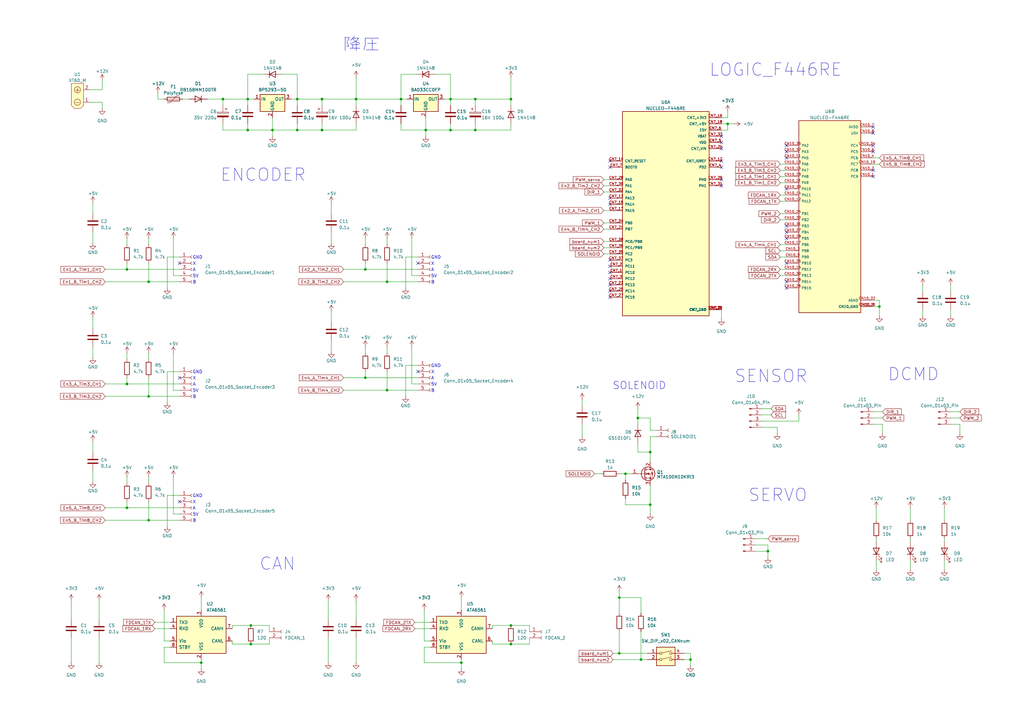
<source format=kicad_sch>
(kicad_sch (version 20250114) (generator "eeschema") (generator_version "9.0")
  (paper "A3")
  (text "X\n" (at 78.994 155.956 0) (effects (font (size 1.27 1.27)) (justify left bottom)))
  (text "SENSOR" (at 316.23 154.432 0) (effects (font (size 5.08 5.08))))
  (text "B\n" (at 176.784 116.586 0) (effects (font (size 1.27 1.27)) (justify left bottom)))
  (text "SOLENOID" (at 251.206 160.02 0) (effects (font (size 3 3)) (justify left bottom)))
  (text "X\n" (at 78.994 108.966 0) (effects (font (size 1.27 1.27)) (justify left bottom)))
  (text "A\n" (at 176.784 111.506 0) (effects (font (size 1.27 1.27)) (justify left bottom)))
  (text "5V\n" (at 78.994 161.036 0) (effects (font (size 1.27 1.27)) (justify left bottom)))
  (text "GND\n" (at 78.994 106.426 0) (effects (font (size 1.27 1.27)) (justify left bottom)))
  (text "X\n" (at 176.784 153.416 0) (effects (font (size 1.27 1.27)) (justify left bottom)))
  (text "ENCODER" (at 107.95 71.882 0) (effects (font (size 5.08 5.08))))
  (text "5V\n" (at 78.994 211.836 0) (effects (font (size 1.27 1.27)) (justify left bottom)))
  (text "A\n" (at 176.784 155.956 0) (effects (font (size 1.27 1.27)) (justify left bottom)))
  (text "B\n" (at 176.784 161.036 0) (effects (font (size 1.27 1.27)) (justify left bottom)))
  (text "LOGIC_F446RE" (at 290.83 31.75 0) (effects (font (size 5.08 5.08)) (justify left bottom)))
  (text "GND\n" (at 78.994 204.216 0) (effects (font (size 1.27 1.27)) (justify left bottom)))
  (text "X\n" (at 78.994 206.756 0) (effects (font (size 1.27 1.27)) (justify left bottom)))
  (text "5V\n" (at 176.784 158.496 0) (effects (font (size 1.27 1.27)) (justify left bottom)))
  (text "5V\n" (at 176.784 114.046 0) (effects (font (size 1.27 1.27)) (justify left bottom)))
  (text "B\n" (at 78.994 163.576 0) (effects (font (size 1.27 1.27)) (justify left bottom)))
  (text "GND\n" (at 176.784 150.876 0) (effects (font (size 1.27 1.27)) (justify left bottom)))
  (text "5V\n" (at 78.994 114.046 0) (effects (font (size 1.27 1.27)) (justify left bottom)))
  (text "降圧" (at 140.97 21.59 0) (effects (font (size 5.08 5.08)) (justify left bottom)))
  (text "A\n" (at 78.994 111.506 0) (effects (font (size 1.27 1.27)) (justify left bottom)))
  (text "A\n" (at 78.994 158.496 0) (effects (font (size 1.27 1.27)) (justify left bottom)))
  (text "CAN\n" (at 113.792 231.394 0) (effects (font (size 5.08 5.08))))
  (text "A\n" (at 78.994 209.296 0) (effects (font (size 1.27 1.27)) (justify left bottom)))
  (text "X\n" (at 176.784 108.966 0) (effects (font (size 1.27 1.27)) (justify left bottom)))
  (text "B\n" (at 78.994 116.586 0) (effects (font (size 1.27 1.27)) (justify left bottom)))
  (text "GND\n" (at 78.994 153.416 0) (effects (font (size 1.27 1.27)) (justify left bottom)))
  (text "DCMD" (at 374.65 153.67 0) (effects (font (size 5.08 5.08))))
  (text "GND\n" (at 176.784 106.426 0) (effects (font (size 1.27 1.27)) (justify left bottom)))
  (text "B\n" (at 78.994 214.376 0) (effects (font (size 1.27 1.27)) (justify left bottom)))
  (text "SERVO" (at 319.024 203.2 0) (effects (font (size 5.08 5.08))))
  (junction (at 261.62 171.45))
  (junction (at 209.55 264.16))
  (junction (at 184.785 40.64))
  (junction (at 174.625 53.34))
  (junction (at 146.05 40.64))
  (junction (at 102.87 256.54))
  (junction (at 82.55 271.78))
  (junction (at 314.96 226.06))
  (junction (at 149.86 154.94))
  (junction (at 184.785 53.34))
  (junction (at 52.07 157.48))
  (junction (at 60.96 162.56))
  (junction (at 158.75 115.57))
  (junction (at 132.08 40.64))
  (junction (at 283.21 270.51))
  (junction (at 298.45 50.8))
  (junction (at 91.44 40.64))
  (junction (at 360.68 125.73))
  (junction (at 52.07 110.49))
  (junction (at 256.54 194.31))
  (junction (at 266.7 207.01))
  (junction (at 149.86 110.49))
  (junction (at 158.75 160.02))
  (junction (at 60.96 115.57))
  (junction (at 121.92 40.64))
  (junction (at 266.7 185.42))
  (junction (at 164.465 40.64))
  (junction (at 121.92 53.34))
  (junction (at 194.945 53.34))
  (junction (at 101.6 40.64))
  (junction (at 132.08 53.34))
  (junction (at 111.76 53.34))
  (junction (at 52.07 208.28))
  (junction (at 254 245.11))
  (junction (at 209.55 40.64))
  (junction (at 262.89 270.51))
  (junction (at 189.23 271.78))
  (junction (at 60.96 213.36))
  (junction (at 194.945 40.64))
  (junction (at 209.55 256.54))
  (junction (at 254 267.97))
  (junction (at 101.6 53.34))
  (junction (at 102.87 264.16))
  (no_connect (at 250.19 106.68))
  (no_connect (at 250.19 119.38))
  (no_connect (at 322.58 107.95))
  (no_connect (at 250.19 83.82))
  (no_connect (at 322.58 62.23))
  (no_connect (at 322.58 115.57))
  (no_connect (at 358.14 69.85))
  (no_connect (at 295.91 55.88))
  (no_connect (at 322.58 118.11))
  (no_connect (at 358.14 62.23))
  (no_connect (at 250.19 114.3))
  (no_connect (at 295.91 58.42))
  (no_connect (at 250.19 121.92))
  (no_connect (at 250.19 111.76))
  (no_connect (at 250.19 116.84))
  (no_connect (at 322.58 95.25))
  (no_connect (at 73.66 205.74))
  (no_connect (at 322.58 59.69))
  (no_connect (at 295.91 73.66))
  (no_connect (at 358.14 52.07))
  (no_connect (at 73.66 107.95))
  (no_connect (at 250.19 81.28))
  (no_connect (at 295.91 60.96))
  (no_connect (at 250.19 68.58))
  (no_connect (at 358.14 54.61))
  (no_connect (at 171.45 107.95))
  (no_connect (at 322.58 64.77))
  (no_connect (at 250.19 66.04))
  (no_connect (at 295.91 76.2))
  (no_connect (at 358.14 72.39))
  (no_connect (at 322.58 77.47))
  (no_connect (at 358.14 59.69))
  (no_connect (at 322.58 92.71))
  (no_connect (at 295.91 66.04))
  (no_connect (at 295.91 68.58))
  (no_connect (at 73.66 154.94))
  (no_connect (at 250.19 109.22))
  (no_connect (at 322.58 97.79))
  (no_connect (at 171.45 152.4))
  (wire (pts (xy 320.04 74.93) (xy 322.58 74.93)))
  (wire (pts (xy 43.18 162.56) (xy 60.96 162.56)))
  (wire (pts (xy 60.96 213.36) (xy 73.66 213.36)))
  (wire (pts (xy 29.21 246.38) (xy 29.21 254)))
  (wire (pts (xy 298.45 50.8) (xy 298.45 53.34)))
  (wire (pts (xy 74.93 40.64) (xy 77.47 40.64)))
  (wire (pts (xy 320.04 102.87) (xy 322.58 102.87)))
  (wire (pts (xy 389.89 173.99) (xy 393.7 173.99)))
  (wire (pts (xy 102.87 264.16) (xy 110.49 264.16)))
  (wire (pts (xy 41.91 41.91) (xy 41.91 44.45)))
  (wire (pts (xy 158.75 97.79) (xy 158.75 100.33)))
  (wire (pts (xy 43.18 115.57) (xy 60.96 115.57)))
  (wire (pts (xy 320.04 90.17) (xy 322.58 90.17)))
  (wire (pts (xy 101.6 50.8) (xy 101.6 53.34)))
  (wire (pts (xy 91.44 43.18) (xy 91.44 40.64)))
  (wire (pts (xy 158.75 115.57) (xy 171.45 115.57)))
  (wire (pts (xy 243.84 194.31) (xy 246.38 194.31)))
  (wire (pts (xy 256.54 194.31) (xy 259.08 194.31)))
  (wire (pts (xy 359.41 229.87) (xy 359.41 233.68)))
  (wire (pts (xy 312.42 167.64) (xy 316.23 167.64)))
  (wire (pts (xy 60.96 97.79) (xy 60.96 100.33)))
  (wire (pts (xy 174.625 53.34) (xy 184.785 53.34)))
  (wire (pts (xy 309.88 226.06) (xy 314.96 226.06)))
  (wire (pts (xy 262.89 270.51) (xy 265.43 270.51)))
  (wire (pts (xy 312.42 175.26) (xy 318.77 175.26)))
  (wire (pts (xy 170.18 255.27) (xy 176.53 255.27)))
  (wire (pts (xy 393.7 173.99) (xy 393.7 177.8)))
  (wire (pts (xy 312.42 170.18) (xy 316.23 170.18)))
  (wire (pts (xy 102.87 256.54) (xy 110.49 256.54)))
  (wire (pts (xy 60.96 115.57) (xy 73.66 115.57)))
  (wire (pts (xy 247.65 104.14) (xy 250.19 104.14)))
  (wire (pts (xy 254 194.31) (xy 256.54 194.31)))
  (wire (pts (xy 209.55 256.54) (xy 201.93 256.54)))
  (wire (pts (xy 146.05 246.38) (xy 146.05 254)))
  (wire (pts (xy 132.08 50.8) (xy 132.08 53.34)))
  (wire (pts (xy 52.07 144.78) (xy 52.07 147.32)))
  (wire (pts (xy 85.09 40.64) (xy 91.44 40.64)))
  (wire (pts (xy 82.55 271.78) (xy 82.55 270.51)))
  (wire (pts (xy 201.93 264.16) (xy 201.93 262.89)))
  (wire (pts (xy 295.91 130.81) (xy 295.91 127)))
  (wire (pts (xy 320.04 87.63) (xy 322.58 87.63)))
  (wire (pts (xy 320.04 105.41) (xy 322.58 105.41)))
  (wire (pts (xy 194.945 40.64) (xy 209.55 40.64)))
  (wire (pts (xy 269.24 176.53) (xy 266.7 176.53)))
  (wire (pts (xy 387.35 208.28) (xy 387.35 213.36)))
  (wire (pts (xy 361.95 173.99) (xy 361.95 177.8)))
  (wire (pts (xy 146.05 40.64) (xy 132.08 40.64)))
  (wire (pts (xy 111.76 48.26) (xy 111.76 53.34)))
  (wire (pts (xy 135.89 139.7) (xy 135.89 144.145)))
  (wire (pts (xy 358.14 123.19) (xy 360.68 123.19)))
  (wire (pts (xy 38.1 130.175) (xy 38.1 134.62)))
  (wire (pts (xy 60.96 144.78) (xy 60.96 147.32)))
  (wire (pts (xy 170.815 30.48) (xy 164.465 30.48)))
  (wire (pts (xy 168.91 142.24) (xy 168.91 157.48)))
  (wire (pts (xy 373.38 229.87) (xy 373.38 233.68)))
  (wire (pts (xy 60.96 154.94) (xy 60.96 162.56)))
  (wire (pts (xy 261.62 181.61) (xy 261.62 185.42)))
  (wire (pts (xy 107.95 30.48) (xy 101.6 30.48)))
  (wire (pts (xy 119.38 40.64) (xy 121.92 40.64)))
  (wire (pts (xy 262.89 259.08) (xy 262.89 270.51)))
  (wire (pts (xy 209.55 256.54) (xy 217.17 256.54)))
  (wire (pts (xy 82.55 274.32) (xy 82.55 271.78)))
  (wire (pts (xy 174.625 48.26) (xy 174.625 53.34)))
  (wire (pts (xy 140.97 110.49) (xy 149.86 110.49)))
  (wire (pts (xy 247.65 76.2) (xy 250.19 76.2)))
  (wire (pts (xy 164.465 53.34) (xy 174.625 53.34)))
  (wire (pts (xy 378.46 127) (xy 378.46 129.54)))
  (wire (pts (xy 170.18 257.81) (xy 176.53 257.81)))
  (wire (pts (xy 60.96 195.58) (xy 60.96 198.12)))
  (wire (pts (xy 238.76 163.83) (xy 238.76 166.37)))
  (wire (pts (xy 149.86 152.4) (xy 149.86 154.94)))
  (wire (pts (xy 146.05 31.75) (xy 146.05 40.64)))
  (wire (pts (xy 52.07 110.49) (xy 73.66 110.49)))
  (wire (pts (xy 110.49 264.16) (xy 110.49 261.62)))
  (wire (pts (xy 52.07 154.94) (xy 52.07 157.48)))
  (wire (pts (xy 68.58 152.4) (xy 73.66 152.4)))
  (wire (pts (xy 174.625 53.34) (xy 174.625 55.88)))
  (wire (pts (xy 314.96 223.52) (xy 314.96 226.06)))
  (wire (pts (xy 318.77 175.26) (xy 318.77 177.8)))
  (wire (pts (xy 261.62 171.45) (xy 261.62 173.99)))
  (wire (pts (xy 298.45 50.8) (xy 295.91 50.8)))
  (wire (pts (xy 173.99 265.43) (xy 173.99 271.78)))
  (wire (pts (xy 67.31 271.78) (xy 82.55 271.78)))
  (wire (pts (xy 146.05 271.78) (xy 146.05 261.62)))
  (wire (pts (xy 38.1 83.185) (xy 38.1 87.63)))
  (wire (pts (xy 52.07 107.95) (xy 52.07 110.49)))
  (wire (pts (xy 266.7 176.53) (xy 266.7 171.45)))
  (wire (pts (xy 166.37 149.86) (xy 166.37 162.56)))
  (wire (pts (xy 314.96 220.98) (xy 309.88 220.98)))
  (wire (pts (xy 261.62 185.42) (xy 266.7 185.42)))
  (wire (pts (xy 164.465 40.64) (xy 164.465 43.18)))
  (wire (pts (xy 312.42 172.72) (xy 327.66 172.72)))
  (wire (pts (xy 209.55 50.8) (xy 209.55 53.34)))
  (wire (pts (xy 29.21 271.78) (xy 29.21 261.62)))
  (wire (pts (xy 168.91 157.48) (xy 171.45 157.48)))
  (wire (pts (xy 320.04 82.55) (xy 322.58 82.55)))
  (wire (pts (xy 280.67 267.97) (xy 283.21 267.97)))
  (wire (pts (xy 41.91 36.83) (xy 41.91 33.02)))
  (wire (pts (xy 38.1 95.25) (xy 38.1 99.695)))
  (wire (pts (xy 247.65 91.44) (xy 250.19 91.44)))
  (wire (pts (xy 82.55 245.11) (xy 82.55 250.19)))
  (wire (pts (xy 254 259.08) (xy 254 267.97)))
  (wire (pts (xy 320.04 100.33) (xy 322.58 100.33)))
  (wire (pts (xy 71.12 97.79) (xy 71.12 113.03)))
  (wire (pts (xy 43.18 208.28) (xy 52.07 208.28)))
  (wire (pts (xy 194.945 53.34) (xy 209.55 53.34)))
  (wire (pts (xy 387.35 220.98) (xy 387.35 222.25)))
  (wire (pts (xy 194.945 43.18) (xy 194.945 40.64)))
  (wire (pts (xy 149.86 110.49) (xy 171.45 110.49)))
  (wire (pts (xy 52.07 195.58) (xy 52.07 198.12)))
  (wire (pts (xy 121.92 30.48) (xy 115.57 30.48)))
  (wire (pts (xy 164.465 30.48) (xy 164.465 40.64)))
  (wire (pts (xy 36.83 36.83) (xy 41.91 36.83)))
  (wire (pts (xy 256.54 207.01) (xy 266.7 207.01)))
  (wire (pts (xy 247.65 99.06) (xy 250.19 99.06)))
  (wire (pts (xy 158.75 152.4) (xy 158.75 160.02)))
  (wire (pts (xy 67.31 265.43) (xy 67.31 271.78)))
  (wire (pts (xy 149.86 154.94) (xy 171.45 154.94)))
  (wire (pts (xy 314.96 226.06) (xy 314.96 228.6)))
  (wire (pts (xy 111.76 53.34) (xy 111.76 55.88)))
  (wire (pts (xy 309.88 223.52) (xy 314.96 223.52)))
  (wire (pts (xy 168.91 97.79) (xy 168.91 113.03)))
  (wire (pts (xy 261.62 171.45) (xy 266.7 171.45)))
  (wire (pts (xy 168.91 113.03) (xy 171.45 113.03)))
  (wire (pts (xy 91.44 40.64) (xy 101.6 40.64)))
  (wire (pts (xy 43.18 157.48) (xy 52.07 157.48)))
  (wire (pts (xy 327.66 170.18) (xy 327.66 172.72)))
  (wire (pts (xy 358.14 173.99) (xy 361.95 173.99)))
  (wire (pts (xy 256.54 194.31) (xy 256.54 196.85)))
  (wire (pts (xy 60.96 107.95) (xy 60.96 115.57)))
  (wire (pts (xy 164.465 40.64) (xy 167.005 40.64)))
  (wire (pts (xy 135.89 127.635) (xy 135.89 132.08)))
  (wire (pts (xy 387.35 229.87) (xy 387.35 233.68)))
  (wire (pts (xy 217.17 264.16) (xy 217.17 261.62)))
  (wire (pts (xy 52.07 157.48) (xy 73.66 157.48)))
  (wire (pts (xy 101.6 40.64) (xy 101.6 43.18)))
  (wire (pts (xy 189.23 271.78) (xy 189.23 270.51)))
  (wire (pts (xy 60.96 205.74) (xy 60.96 213.36)))
  (wire (pts (xy 102.87 256.54) (xy 95.25 256.54)))
  (wire (pts (xy 266.7 207.01) (xy 266.7 210.82)))
  (wire (pts (xy 173.99 262.89) (xy 173.99 250.19)))
  (wire (pts (xy 149.86 97.79) (xy 149.86 100.33)))
  (wire (pts (xy 320.04 69.85) (xy 322.58 69.85)))
  (wire (pts (xy 68.58 203.2) (xy 68.58 215.9)))
  (wire (pts (xy 69.85 265.43) (xy 67.31 265.43)))
  (wire (pts (xy 360.68 123.19) (xy 360.68 125.73)))
  (wire (pts (xy 209.55 43.18) (xy 209.55 40.64)))
  (wire (pts (xy 194.945 40.64) (xy 184.785 40.64)))
  (wire (pts (xy 209.55 31.75) (xy 209.55 40.64)))
  (wire (pts (xy 102.87 264.16) (xy 95.25 264.16)))
  (wire (pts (xy 184.785 30.48) (xy 178.435 30.48)))
  (wire (pts (xy 217.17 256.54) (xy 217.17 259.08)))
  (wire (pts (xy 40.64 246.38) (xy 40.64 254)))
  (wire (pts (xy 132.08 53.34) (xy 146.05 53.34)))
  (wire (pts (xy 95.25 256.54) (xy 95.25 257.81)))
  (wire (pts (xy 266.7 199.39) (xy 266.7 207.01)))
  (wire (pts (xy 68.58 152.4) (xy 68.58 165.1)))
  (wire (pts (xy 184.785 53.34) (xy 184.785 50.8)))
  (wire (pts (xy 101.6 40.64) (xy 104.14 40.64)))
  (wire (pts (xy 146.05 43.18) (xy 146.05 40.64)))
  (wire (pts (xy 358.14 64.77) (xy 360.68 64.77)))
  (wire (pts (xy 91.44 53.34) (xy 101.6 53.34)))
  (wire (pts (xy 320.04 72.39) (xy 322.58 72.39)))
  (wire (pts (xy 247.65 78.74) (xy 250.19 78.74)))
  (wire (pts (xy 111.76 53.34) (xy 121.92 53.34)))
  (wire (pts (xy 254 242.57) (xy 254 245.11)))
  (wire (pts (xy 60.96 162.56) (xy 73.66 162.56)))
  (wire (pts (xy 140.97 154.94) (xy 149.86 154.94)))
  (wire (pts (xy 320.04 80.01) (xy 322.58 80.01)))
  (wire (pts (xy 184.785 40.64) (xy 184.785 30.48)))
  (wire (pts (xy 358.14 171.45) (xy 361.95 171.45)))
  (wire (pts (xy 121.92 40.64) (xy 121.92 30.48)))
  (wire (pts (xy 38.1 180.975) (xy 38.1 185.42)))
  (wire (pts (xy 358.14 67.31) (xy 360.68 67.31)))
  (wire (pts (xy 262.89 245.11) (xy 254 245.11)))
  (wire (pts (xy 140.97 160.02) (xy 158.75 160.02)))
  (wire (pts (xy 146.05 50.8) (xy 146.05 53.34)))
  (wire (pts (xy 71.12 210.82) (xy 73.66 210.82)))
  (wire (pts (xy 36.83 41.91) (xy 41.91 41.91)))
  (wire (pts (xy 201.93 256.54) (xy 201.93 257.81)))
  (wire (pts (xy 189.23 274.32) (xy 189.23 271.78)))
  (wire (pts (xy 389.89 171.45) (xy 393.7 171.45)))
  (wire (pts (xy 266.7 179.07) (xy 269.24 179.07)))
  (wire (pts (xy 38.1 142.24) (xy 38.1 146.685)))
  (wire (pts (xy 135.89 83.185) (xy 135.89 87.63)))
  (wire (pts (xy 389.89 127) (xy 389.89 129.54)))
  (wire (pts (xy 389.89 168.91) (xy 393.7 168.91)))
  (wire (pts (xy 254 267.97) (xy 265.43 267.97)))
  (wire (pts (xy 373.38 220.98) (xy 373.38 222.25)))
  (wire (pts (xy 256.54 207.01) (xy 256.54 204.47)))
  (wire (pts (xy 194.945 53.34) (xy 184.785 53.34)))
  (wire (pts (xy 176.53 265.43) (xy 173.99 265.43)))
  (wire (pts (xy 373.38 208.28) (xy 373.38 213.36)))
  (wire (pts (xy 298.45 53.34) (xy 295.91 53.34)))
  (wire (pts (xy 295.91 48.26) (xy 298.45 48.26)))
  (wire (pts (xy 247.65 86.36) (xy 250.19 86.36)))
  (wire (pts (xy 52.07 208.28) (xy 73.66 208.28)))
  (wire (pts (xy 91.44 50.8) (xy 91.44 53.34)))
  (wire (pts (xy 132.08 53.34) (xy 121.92 53.34)))
  (wire (pts (xy 171.45 105.41) (xy 166.37 105.41)))
  (wire (pts (xy 247.65 73.66) (xy 250.19 73.66)))
  (wire (pts (xy 135.89 95.25) (xy 135.89 99.695)))
  (wire (pts (xy 71.12 195.58) (xy 71.12 210.82)))
  (wire (pts (xy 69.85 262.89) (xy 67.31 262.89)))
  (wire (pts (xy 209.55 264.16) (xy 217.17 264.16)))
  (wire (pts (xy 71.12 144.78) (xy 71.12 160.02)))
  (wire (pts (xy 110.49 256.54) (xy 110.49 259.08)))
  (wire (pts (xy 132.08 40.64) (xy 121.92 40.64)))
  (wire (pts (xy 64.77 38.1) (xy 64.77 40.64)))
  (wire (pts (xy 171.45 149.86) (xy 166.37 149.86)))
  (wire (pts (xy 63.5 257.81) (xy 69.85 257.81)))
  (wire (pts (xy 359.41 220.98) (xy 359.41 222.25)))
  (wire (pts (xy 73.66 105.41) (xy 68.58 105.41)))
  (wire (pts (xy 158.75 160.02) (xy 171.45 160.02)))
  (wire (pts (xy 389.89 116.84) (xy 389.89 119.38)))
  (wire (pts (xy 266.7 185.42) (xy 266.7 179.07)))
  (wire (pts (xy 158.75 107.95) (xy 158.75 115.57)))
  (wire (pts (xy 247.65 93.98) (xy 250.19 93.98)))
  (wire (pts (xy 140.97 115.57) (xy 158.75 115.57)))
  (wire (pts (xy 176.53 262.89) (xy 173.99 262.89)))
  (wire (pts (xy 71.12 113.03) (xy 73.66 113.03)))
  (wire (pts (xy 283.21 267.97) (xy 283.21 270.51)))
  (wire (pts (xy 280.67 270.51) (xy 283.21 270.51)))
  (wire (pts (xy 254 245.11) (xy 254 251.46)))
  (wire (pts (xy 182.245 40.64) (xy 184.785 40.64)))
  (wire (pts (xy 194.945 50.8) (xy 194.945 53.34)))
  (wire (pts (xy 209.55 264.16) (xy 201.93 264.16)))
  (wire (pts (xy 149.86 107.95) (xy 149.86 110.49)))
  (wire (pts (xy 68.58 105.41) (xy 68.58 118.11)))
  (wire (pts (xy 67.31 262.89) (xy 67.31 250.19)))
  (wire (pts (xy 189.23 245.11) (xy 189.23 250.19)))
  (wire (pts (xy 101.6 53.34) (xy 111.76 53.34)))
  (wire (pts (xy 71.12 160.02) (xy 73.66 160.02)))
  (wire (pts (xy 247.65 101.6) (xy 250.19 101.6)))
  (wire (pts (xy 266.7 185.42) (xy 266.7 189.23)))
  (wire (pts (xy 358.14 125.73) (xy 360.68 125.73)))
  (wire (pts (xy 300.99 50.8) (xy 298.45 50.8)))
  (wire (pts (xy 238.76 173.99) (xy 238.76 179.07)))
  (wire (pts (xy 320.04 67.31) (xy 322.58 67.31)))
  (wire (pts (xy 146.05 40.64) (xy 164.465 40.64)))
  (wire (pts (xy 134.62 246.38) (xy 134.62 254)))
  (wire (pts (xy 121.92 43.18) (xy 121.92 40.64)))
  (wire (pts (xy 73.66 203.2) (xy 68.58 203.2)))
  (wire (pts (xy 134.62 271.78) (xy 134.62 261.62)))
  (wire (pts (xy 262.89 251.46) (xy 262.89 245.11)))
  (wire (pts (xy 184.785 43.18) (xy 184.785 40.64)))
  (wire (pts (xy 43.18 213.36) (xy 60.96 213.36)))
  (wire (pts (xy 320.04 113.03) (xy 322.58 113.03)))
  (wire (pts (xy 149.86 142.24) (xy 149.86 144.78)))
  (wire (pts (xy 298.45 48.26) (xy 298.45 45.72)))
  (wire (pts (xy 359.41 208.28) (xy 359.41 213.36)))
  (wire (pts (xy 40.64 271.78) (xy 40.64 261.62)))
  (wire (pts (xy 164.465 50.8) (xy 164.465 53.34)))
  (wire (pts (xy 158.75 142.24) (xy 158.75 144.78)))
  (wire (pts (xy 251.46 267.97) (xy 254 267.97)))
  (wire (pts (xy 95.25 264.16) (xy 95.25 262.89)))
  (wire (pts (xy 173.99 271.78) (xy 189.23 271.78)))
  (wire (pts (xy 378.46 116.84) (xy 378.46 119.38)))
  (wire (pts (xy 132.08 43.18) (xy 132.08 40.64)))
  (wire (pts (xy 360.68 125.73) (xy 360.68 129.54)))
  (wire (pts (xy 121.92 53.34) (xy 121.92 50.8)))
  (wire (pts (xy 52.07 205.74) (xy 52.07 208.28)))
  (wire (pts (xy 63.5 255.27) (xy 69.85 255.27)))
  (wire (pts (xy 283.21 270.51) (xy 283.21 273.05)))
  (wire (pts (xy 320.04 110.49) (xy 322.58 110.49)))
  (wire (pts (xy 358.14 168.91) (xy 361.95 168.91)))
  (wire (pts (xy 52.07 97.79) (xy 52.07 100.33)))
  (wire (pts (xy 101.6 30.48) (xy 101.6 40.64)))
  (wire (pts (xy 251.46 270.51) (xy 262.89 270.51)))
  (wire (pts (xy 43.18 110.49) (xy 52.07 110.49)))
  (wire (pts (xy 64.77 40.64) (xy 67.31 40.64)))
  (wire (pts (xy 261.62 167.64) (xy 261.62 171.45)))
  (wire (pts (xy 38.1 193.04) (xy 38.1 197.485)))
  (wire (pts (xy 166.37 105.41) (xy 166.37 118.11)))
  (global_label "DIR_2" (shape input) (at 320.04 90.17 180) (property "Intersheetrefs" "${INTERSHEET_REFS}" (effects (hide yes))))
  (global_label "PWM_servo" (shape input) (at 314.96 220.98 0) (property "Intersheetrefs" "${INTERSHEET_REFS}" (effects (hide yes))))
  (global_label "En1_B_Tim1_CH2" (shape input) (at 43.18 115.57 180) (property "Intersheetrefs" "${INTERSHEET_REFS}" (effects (hide yes))))
  (global_label "FDCAN_2RX" (shape input) (at 320.04 110.49 180) (property "Intersheetrefs" "${INTERSHEET_REFS}" (effects (hide yes))))
  (global_label "En1_B_Tim1_CH2" (shape input) (at 320.04 74.93 180) (property "Intersheetrefs" "${INTERSHEET_REFS}" (effects (hide yes))))
  (global_label "En2_B_Tim2_CH2" (shape input) (at 247.65 76.2 180) (property "Intersheetrefs" "${INTERSHEET_REFS}" (effects (hide yes))))
  (global_label "SOLENOID" (shape input) (at 243.84 194.31 180) (property "Intersheetrefs" "${INTERSHEET_REFS}" (effects (hide yes))))
  (global_label "FDCAN_2TX" (shape input) (at 320.04 113.03 180) (property "Intersheetrefs" "${INTERSHEET_REFS}" (effects (hide yes))))
  (global_label "SCL" (shape input) (at 316.23 170.18 0) (property "Intersheetrefs" "${INTERSHEET_REFS}" (effects (hide yes))))
  (global_label "En2_B_Tim2_CH2" (shape input) (at 140.97 115.57 180) (property "Intersheetrefs" "${INTERSHEET_REFS}" (effects (hide yes))))
  (global_label "FDCAN_2TX" (shape input) (at 170.18 255.27 180) (property "Intersheetrefs" "${INTERSHEET_REFS}" (effects (hide yes))))
  (global_label "DIR_1" (shape input) (at 361.95 168.91 0) (property "Intersheetrefs" "${INTERSHEET_REFS}" (effects (hide yes))))
  (global_label "En2_A_Tim2_CH1" (shape input) (at 140.97 110.49 180) (property "Intersheetrefs" "${INTERSHEET_REFS}" (effects (hide yes))))
  (global_label "board_num1" (shape input) (at 251.46 267.97 180) (property "Intersheetrefs" "${INTERSHEET_REFS}" (effects (hide yes))))
  (global_label "En3_B_Tim3_CH2" (shape input) (at 320.04 69.85 180) (property "Intersheetrefs" "${INTERSHEET_REFS}" (effects (hide yes))))
  (global_label "En3_B_Tim3_CH2" (shape input) (at 43.18 162.56 180) (property "Intersheetrefs" "${INTERSHEET_REFS}" (effects (hide yes))))
  (global_label "SCL" (shape input) (at 320.04 102.87 180) (property "Intersheetrefs" "${INTERSHEET_REFS}" (effects (hide yes))))
  (global_label "SDA" (shape input) (at 316.23 167.64 0) (property "Intersheetrefs" "${INTERSHEET_REFS}" (effects (hide yes))))
  (global_label "En2_A_Tim2_CH1" (shape input) (at 247.65 86.36 180) (property "Intersheetrefs" "${INTERSHEET_REFS}" (effects (hide yes))))
  (global_label "FDCAN_1TX" (shape input) (at 320.04 82.55 180) (property "Intersheetrefs" "${INTERSHEET_REFS}" (effects (hide yes))))
  (global_label "En4_A_Tim4_CH1" (shape input) (at 320.04 100.33 180) (property "Intersheetrefs" "${INTERSHEET_REFS}" (effects (hide yes))))
  (global_label "En3_A_Tim3_CH1" (shape input) (at 43.18 157.48 180) (property "Intersheetrefs" "${INTERSHEET_REFS}" (effects (hide yes))))
  (global_label "FDCAN_1RX" (shape input) (at 320.04 80.01 180) (property "Intersheetrefs" "${INTERSHEET_REFS}" (effects (hide yes))))
  (global_label "En3_A_Tim3_CH1" (shape input) (at 320.04 67.31 180) (property "Intersheetrefs" "${INTERSHEET_REFS}" (effects (hide yes))))
  (global_label "board_num2" (shape input) (at 251.46 270.51 180) (property "Intersheetrefs" "${INTERSHEET_REFS}" (effects (hide yes))))
  (global_label "PWM_1" (shape input) (at 361.95 171.45 0) (property "Intersheetrefs" "${INTERSHEET_REFS}" (effects (hide yes))))
  (global_label "DIR_1" (shape input) (at 247.65 78.74 180) (property "Intersheetrefs" "${INTERSHEET_REFS}" (effects (hide yes))))
  (global_label "PWM_1" (shape input) (at 247.65 91.44 180) (property "Intersheetrefs" "${INTERSHEET_REFS}" (effects (hide yes))))
  (global_label "FDCAN_1TX" (shape input) (at 63.5 255.27 180) (property "Intersheetrefs" "${INTERSHEET_REFS}" (effects (hide yes))))
  (global_label "En1_A_Tim1_CH1" (shape input) (at 43.18 110.49 180) (property "Intersheetrefs" "${INTERSHEET_REFS}" (effects (hide yes))))
  (global_label "En5_B_Tim8_CH2" (shape input) (at 360.68 67.31 0) (property "Intersheetrefs" "${INTERSHEET_REFS}" (effects (hide yes))))
  (global_label "En5_B_Tim8_CH2" (shape input) (at 43.18 213.36 180) (property "Intersheetrefs" "${INTERSHEET_REFS}" (effects (hide yes))))
  (global_label "PWM_2" (shape input) (at 393.7 171.45 0) (property "Intersheetrefs" "${INTERSHEET_REFS}" (effects (hide yes))))
  (global_label "PWM_servo" (shape input) (at 247.65 73.66 180) (property "Intersheetrefs" "${INTERSHEET_REFS}" (effects (hide yes))))
  (global_label "En1_A_Tim1_CH1" (shape input) (at 320.04 72.39 180) (property "Intersheetrefs" "${INTERSHEET_REFS}" (effects (hide yes))))
  (global_label "En4_A_Tim4_CH1" (shape input) (at 140.97 154.94 180) (property "Intersheetrefs" "${INTERSHEET_REFS}" (effects (hide yes))))
  (global_label "FDCAN_1RX" (shape input) (at 63.5 257.81 180) (property "Intersheetrefs" "${INTERSHEET_REFS}" (effects (hide yes))))
  (global_label "FDCAN_2RX" (shape input) (at 170.18 257.81 180) (property "Intersheetrefs" "${INTERSHEET_REFS}" (effects (hide yes))))
  (global_label "SDA" (shape input) (at 320.04 105.41 180) (property "Intersheetrefs" "${INTERSHEET_REFS}" (effects (hide yes))))
  (global_label "En5_A_Tim8_CH1" (shape input) (at 43.18 208.28 180) (property "Intersheetrefs" "${INTERSHEET_REFS}" (effects (hide yes))))
  (global_label "En4_B_Tim4_CH2" (shape input) (at 140.97 160.02 180) (property "Intersheetrefs" "${INTERSHEET_REFS}" (effects (hide yes))))
  (global_label "En4_B_Tim4_CH2" (shape input) (at 247.65 93.98 180) (property "Intersheetrefs" "${INTERSHEET_REFS}" (effects (hide yes))))
  (global_label "board_num2" (shape input) (at 247.65 101.6 180) (property "Intersheetrefs" "${INTERSHEET_REFS}" (effects (hide yes))))
  (global_label "En5_A_Tim8_CH1" (shape input) (at 360.68 64.77 0) (property "Intersheetrefs" "${INTERSHEET_REFS}" (effects (hide yes))))
  (global_label "PWM_2" (shape input) (at 320.04 87.63 180) (property "Intersheetrefs" "${INTERSHEET_REFS}" (effects (hide yes))))
  (global_label "board_num1" (shape input) (at 247.65 99.06 180) (property "Intersheetrefs" "${INTERSHEET_REFS}" (effects (hide yes))))
  (global_label "DIR_2" (shape input) (at 393.7 168.91 0) (property "Intersheetrefs" "${INTERSHEET_REFS}" (effects (hide yes))))
  (global_label "SOLENOID" (shape input) (at 247.65 104.14 180) (property "Intersheetrefs" "${INTERSHEET_REFS}" (effects (hide yes))))
  (symbol (lib_id "power:+3V3") (at 387.35 208.28 0) (unit 1)
    (property "Reference" "#PWR072" (effects (hide yes)))
    (property "Value" "+3V3" (at 387.35 204.47 0))
  )
  (symbol (lib_id "power:+5V") (at 300.99 50.8 270) (unit 1)
    (property "Reference" "#PWR060" (effects (hide yes)))
    (property "Value" "+5V" (at 304.8 50.8 90) (effects (justify left)))
  )
  (symbol (lib_id "Device:C") (at 40.64 257.81 0) (unit 1)
    (property "Reference" "C5" (at 44.45 256.5399 0) (effects (justify left)))
    (property "Value" "0.1u" (at 44.45 259.0799 0) (effects (justify left)))
    (property "Footprint" "Capacitor_SMD:C_0603_1608Metric_Pad1.08x0.95mm_HandSolder" (effects (hide yes)))
    (property "Description" "Unpolarized capacitor" (effects (hide yes)))
  )
  (symbol (lib_id "power:GND") (at 111.76 55.88 0) (unit 1)
    (property "Reference" "#PWR029" (effects (hide yes)))
    (property "Value" "GND" (at 111.76 59.69 0))
  )
  (symbol (lib_name "+5V_2") (lib_id "power:+5V") (at 168.91 97.79 0) (unit 1)
    (property "Reference" "#PWR045" (effects (hide yes)))
    (property "Value" "+5V" (at 168.91 93.98 0))
    (property "Description" "Power symbol creates a global label with name \"+5V\"" (effects (hide yes)))
  )
  (symbol (lib_id "power:GND") (at 266.7 210.82 0) (unit 1)
    (property "Reference" "#PWR056" (effects (hide yes)))
    (property "Value" "GND" (at 266.7 215.9 0))
  )
  (symbol (lib_id "Device:R") (at 102.87 260.35 0) (unit 1)
    (property "Reference" "R7" (at 105.41 259.0799 0) (effects (justify left)))
    (property "Value" "120" (at 105.41 261.6199 0) (effects (justify left)))
    (property "Footprint" "Resistor_SMD:R_0603_1608Metric_Pad0.98x0.95mm_HandSolder" (effects (hide yes)))
    (property "Description" "Resistor" (effects (hide yes)))
  )
  (symbol (lib_id "power:GND") (at 360.68 129.54 0) (unit 1)
    (property "Reference" "#PWR066" (effects (hide yes)))
    (property "Value" "GND" (at 360.68 134.62 0))
  )
  (symbol (lib_id "Device:C") (at 38.1 138.43 0) (unit 1)
    (property "Reference" "C3" (at 41.275 137.795 0) (effects (justify left)))
    (property "Value" "0.1u" (at 41.275 140.335 0) (effects (justify left)))
    (property "Footprint" "Capacitor_SMD:C_0603_1608Metric_Pad1.08x0.95mm_HandSolder" (effects (hide yes)))
  )
  (symbol (lib_id "Connector:Conn_01x03_Pin") (at 304.8 223.52 0) (unit 1)
    (property "Reference" "J9" (at 305.435 215.9 0))
    (property "Value" "Conn_01x03_Pin" (at 305.435 218.44 0))
    (property "Footprint" "Connector_PinHeader_2.54mm:PinHeader_1x03_P2.54mm_Vertical" (effects (hide yes)))
    (property "Description" "Generic connector, single row, 01x03, script generated" (effects (hide yes)))
  )
  (symbol (lib_id "Device:C") (at 134.62 257.81 0) (unit 1)
    (property "Reference" "C10" (at 138.43 256.5399 0) (effects (justify left)))
    (property "Value" "0.1u" (at 138.43 259.0799 0) (effects (justify left)))
    (property "Footprint" "Capacitor_SMD:C_0603_1608Metric_Pad1.08x0.95mm_HandSolder" (effects (hide yes)))
    (property "Description" "Unpolarized capacitor" (effects (hide yes)))
  )
  (symbol (lib_id "power:GND") (at 295.91 130.81 0) (unit 1)
    (property "Reference" "#PWR058" (effects (hide yes)))
    (property "Value" "GND" (at 295.91 135.89 0))
  )
  (symbol (lib_name "GND_1") (lib_id "power:GND") (at 393.7 177.8 0) (unit 1)
    (property "Reference" "#PWR076" (effects (hide yes)))
    (property "Value" "GND" (at 393.7 182.88 0))
    (property "Description" "Power symbol creates a global label with name \"GND\" , ground" (effects (hide yes)))
  )
  (symbol (lib_name "GND_8") (lib_id "power:GND") (at 283.21 273.05 0) (unit 1)
    (property "Reference" "#PWR057" (effects (hide yes)))
    (property "Value" "GND" (at 283.21 276.86 0))
    (property "Description" "Power symbol creates a global label with name \"GND\" , ground" (effects (hide yes)))
  )
  (symbol (lib_id "power:GND") (at 29.21 271.78 0) (unit 1)
    (property "Reference" "#PWR02" (effects (hide yes)))
    (property "Value" "GND" (at 29.21 276.86 0))
    (property "Description" "Power symbol creates a global label with name \"GND\" , ground" (effects (hide yes)))
  )
  (symbol (lib_id "Device:D") (at 209.55 46.99 270) (unit 1)
    (property "Reference" "D5" (at 212.09 45.72 90) (effects (justify left)))
    (property "Value" "1N4148" (at 212.09 48.26 90) (effects (justify left)))
    (property "Footprint" "MyLib:D_SOD-123_HandSolder" (effects (hide yes)))
    (property "Sim.Device" "D" (effects (hide yes)))
    (property "Sim.Pins" "1=K 2=A" (effects (hide yes)))
  )
  (symbol (lib_name "+5V_2") (lib_id "power:+5V") (at 52.07 144.78 0) (unit 1)
    (property "Reference" "#PWR014" (effects (hide yes)))
    (property "Value" "+5V" (at 52.07 140.97 0))
    (property "Description" "Power symbol creates a global label with name \"+5V\"" (effects (hide yes)))
  )
  (symbol (lib_id "Device:R") (at 60.96 104.14 0) (unit 1)
    (property "Reference" "R4" (at 63.5 102.8699 0) (effects (justify left)))
    (property "Value" "4.7k" (at 63.5 105.4099 0) (effects (justify left)))
    (property "Footprint" "Resistor_SMD:R_0603_1608Metric_Pad0.98x0.95mm_HandSolder" (effects (hide yes)))
    (property "Description" "Resistor" (effects (hide yes)))
  )
  (symbol (lib_name "+5V_2") (lib_id "power:+5V") (at 158.75 142.24 0) (unit 1)
    (property "Reference" "#PWR042" (effects (hide yes)))
    (property "Value" "+5V" (at 158.75 138.43 0))
    (property "Description" "Power symbol creates a global label with name \"+5V\"" (effects (hide yes)))
  )
  (symbol (lib_id "Device:R") (at 149.86 104.14 0) (unit 1)
    (property "Reference" "R8" (at 152.4 102.8699 0) (effects (justify left)))
    (property "Value" "4.7k" (at 152.4 105.4099 0) (effects (justify left)))
    (property "Footprint" "Resistor_SMD:R_0603_1608Metric_Pad0.98x0.95mm_HandSolder" (effects (hide yes)))
    (property "Description" "Resistor" (effects (hide yes)))
  )
  (symbol (lib_name "+3V3_2") (lib_id "power:+3V3") (at 254 242.57 0) (unit 1)
    (property "Reference" "#PWR054" (effects (hide yes)))
    (property "Value" "+3V3" (at 254 237.49 0))
    (property "Description" "Power symbol creates a global label with name \"+3V3\"" (effects (hide yes)))
  )
  (symbol (lib_id "power:GND") (at 359.41 233.68 0) (unit 1)
    (property "Reference" "#PWR065" (effects (hide yes)))
    (property "Value" "GND" (at 359.41 237.49 0))
  )
  (symbol (lib_id "Device:C") (at 164.465 46.99 0) (mirror y) (unit 1)
    (property "Reference" "C14" (at 161.925 45.72 0) (effects (justify left)))
    (property "Value" "0.1u" (at 161.925 48.26 0) (effects (justify left)))
    (property "Footprint" "Capacitor_SMD:C_0603_1608Metric_Pad1.08x0.95mm_HandSolder" (effects (hide yes)))
  )
  (symbol (lib_id "Mylib:NUCLEO-F446RE") (at 273.05 86.36 0) (unit 1)
    (property "Reference" "U6" (at 273.05 41.91 0))
    (property "Value" "NUCLEO-F446RE" (at 273.05 44.45 0))
    (property "Footprint" "MyLib:NUCLEO-F446RE" (effects (hide yes)))
    (property "Description" "\nSTM32F446RE、mbed 対応開発 Nucleo-64 STM32F4 ARM® Cortex®-M4 MCU 32 ビット組み込み評価ボード\n" (effects (hide yes)))
    (property "MF" "STMicroelectronics" (effects (hide yes)))
    (property "Package" "None" (effects (hide yes)))
    (property "Price" "None" (effects (hide yes)))
    (property "Check_prices" "https://www.snapeda.com/parts/NUCLEO-F446RE/STMicroelectronics/view-part/?ref=eda" (effects (hide yes)))
    (property "STANDARD" "Manufacturer Recommendations" (effects (hide yes)))
    (property "PARTREV" "13" (effects (hide yes)))
    (property "SnapEDA_Link" "https://www.snapeda.com/parts/NUCLEO-F446RE/STMicroelectronics/view-part/?ref=snap" (effects (hide yes)))
    (property "MP" "NUCLEO-F446RE" (effects (hide yes)))
    (property "Purchase-URL" "https://www.snapeda.com/api/url_track_click_mouser/?unipart_id=284290&manufacturer=STMicroelectronics&part_name=NUCLEO-F446RE&search_term=None" (effects (hide yes)))
    (property "Availability" "In Stock" (effects (hide yes)))
    (property "MANUFACTURER" "STMicroelectronics" (effects (hide yes)))
  )
  (symbol (lib_id "Device:C") (at 378.46 123.19 0) (unit 1)
    (property "Reference" "C18" (at 382.27 121.92 0) (effects (justify left)))
    (property "Value" "0.1u" (at 382.27 124.46 0) (effects (justify left)))
    (property "Footprint" "Capacitor_SMD:C_0603_1608Metric_Pad1.08x0.95mm_HandSolder" (effects (hide yes)))
  )
  (symbol (lib_name "+5V_2") (lib_id "power:+5V") (at 158.75 97.79 0) (unit 1)
    (property "Reference" "#PWR041" (effects (hide yes)))
    (property "Value" "+5V" (at 158.75 93.98 0))
    (property "Description" "Power symbol creates a global label with name \"+5V\"" (effects (hide yes)))
  )
  (symbol (lib_name "+12V_4") (lib_id "power:+12V") (at 261.62 167.64 0) (unit 1)
    (property "Reference" "#PWR055" (effects (hide yes)))
    (property "Value" "+12V" (at 261.62 162.56 0))
    (property "Description" "Power symbol creates a global label with name \"+12V\"" (effects (hide yes)))
  )
  (symbol (lib_id "power:GND") (at 38.1 146.685 0) (unit 1)
    (property "Reference" "#PWR06" (effects (hide yes)))
    (property "Value" "GND" (at 38.1 150.495 0))
  )
  (symbol (lib_name "GND_7") (lib_id "power:GND") (at 68.58 118.11 0) (unit 1)
    (property "Reference" "#PWR021" (effects (hide yes)))
    (property "Value" "GND" (at 68.58 121.92 0))
    (property "Description" "Power symbol creates a global label with name \"GND\" , ground" (effects (hide yes)))
  )
  (symbol (lib_id "Device:C") (at 101.6 46.99 0) (mirror y) (unit 1)
    (property "Reference" "C7" (at 99.06 45.72 0) (effects (justify left)))
    (property "Value" "0.1u" (at 99.06 48.26 0) (effects (justify left)))
    (property "Footprint" "Capacitor_SMD:C_0603_1608Metric_Pad1.08x0.95mm_HandSolder" (effects (hide yes)))
  )
  (symbol (lib_id "power:+12V") (at 41.91 33.02 0) (unit 1)
    (property "Reference" "#PWR011" (effects (hide yes)))
    (property "Value" "+12V" (at 41.91 29.21 0))
  )
  (symbol (lib_id "power:GND") (at 373.38 233.68 0) (unit 1)
    (property "Reference" "#PWR069" (effects (hide yes)))
    (property "Value" "GND" (at 373.38 237.49 0))
  )
  (symbol (lib_id "power:GND") (at 134.62 271.78 0) (unit 1)
    (property "Reference" "#PWR031" (effects (hide yes)))
    (property "Value" "GND" (at 134.62 276.86 0))
    (property "Description" "Power symbol creates a global label with name \"GND\" , ground" (effects (hide yes)))
  )
  (symbol (lib_id "power:+5V") (at 135.89 127.635 0) (unit 1)
    (property "Reference" "#PWR034" (effects (hide yes)))
    (property "Value" "+5V" (at 135.89 123.825 0))
  )
  (symbol (lib_name "+5V_2") (lib_id "power:+5V") (at 52.07 97.79 0) (unit 1)
    (property "Reference" "#PWR013" (effects (hide yes)))
    (property "Value" "+5V" (at 52.07 93.98 0))
    (property "Description" "Power symbol creates a global label with name \"+5V\"" (effects (hide yes)))
  )
  (symbol (lib_id "Device:R") (at 250.19 194.31 90) (unit 1)
    (property "Reference" "R13" (at 250.19 189.23 90))
    (property "Value" "1k" (at 250.19 191.77 90))
    (property "Footprint" "Resistor_SMD:R_0603_1608Metric_Pad0.98x0.95mm_HandSolder" (effects (hide yes)))
  )
  (symbol (lib_id "Device:R") (at 256.54 200.66 0) (unit 1)
    (property "Reference" "R15" (at 259.08 200.025 0) (effects (justify left)))
    (property "Value" "10k" (at 259.08 202.565 0) (effects (justify left)))
    (property "Footprint" "Resistor_SMD:R_0603_1608Metric_Pad0.98x0.95mm_HandSolder" (effects (hide yes)))
  )
  (symbol (lib_id "power:GND") (at 189.23 274.32 0) (unit 1)
    (property "Reference" "#PWR050" (effects (hide yes)))
    (property "Value" "GND" (at 189.23 279.4 0))
    (property "Description" "Power symbol creates a global label with name \"GND\" , ground" (effects (hide yes)))
  )
  (symbol (lib_id "Device:R") (at 158.75 104.14 0) (unit 1)
    (property "Reference" "R10" (at 161.29 102.8699 0) (effects (justify left)))
    (property "Value" "4.7k" (at 161.29 105.4099 0) (effects (justify left)))
    (property "Footprint" "Resistor_SMD:R_0603_1608Metric_Pad0.98x0.95mm_HandSolder" (effects (hide yes)))
    (property "Description" "Resistor" (effects (hide yes)))
  )
  (symbol (lib_name "GND_7") (lib_id "power:GND") (at 68.58 215.9 0) (unit 1)
    (property "Reference" "#PWR023" (effects (hide yes)))
    (property "Value" "GND" (at 68.58 219.71 0))
    (property "Description" "Power symbol creates a global label with name \"GND\" , ground" (effects (hide yes)))
  )
  (symbol (lib_id "power:GND") (at 314.96 228.6 0) (unit 1)
    (property "Reference" "#PWR061" (effects (hide yes)))
    (property "Value" "GND" (at 314.96 232.41 0))
  )
  (symbol (lib_id "Device:LED") (at 359.41 226.06 90) (unit 1)
    (property "Reference" "D7" (at 363.22 227.0125 90) (effects (justify right)))
    (property "Value" "LED" (at 363.22 229.5525 90) (effects (justify right)))
    (property "Footprint" "LED_THT:LED_D3.0mm" (effects (hide yes)))
  )
  (symbol (lib_id "Device:C") (at 38.1 189.23 0) (unit 1)
    (property "Reference" "C4" (at 41.275 188.595 0) (effects (justify left)))
    (property "Value" "0.1u" (at 41.275 191.135 0) (effects (justify left)))
    (property "Footprint" "Capacitor_SMD:C_0603_1608Metric_Pad1.08x0.95mm_HandSolder" (effects (hide yes)))
  )
  (symbol (lib_id "power:+3V3") (at 298.45 45.72 0) (unit 1)
    (property "Reference" "#PWR059" (effects (hide yes)))
    (property "Value" "+3V3" (at 298.45 41.275 0))
  )
  (symbol (lib_id "Device:R") (at 262.89 255.27 0) (unit 1)
    (property "Reference" "R16" (at 265.43 253.9999 0) (effects (justify left)))
    (property "Value" "10k" (at 265.43 256.5399 0) (effects (justify left)))
    (property "Footprint" "Resistor_SMD:R_0603_1608Metric_Pad0.98x0.95mm_HandSolder" (effects (hide yes)))
    (property "Description" "Resistor" (effects (hide yes)))
  )
  (symbol (lib_id "Device:C") (at 38.1 91.44 0) (unit 1)
    (property "Reference" "C2" (at 41.275 90.805 0) (effects (justify left)))
    (property "Value" "0.1u" (at 41.275 93.345 0) (effects (justify left)))
    (property "Footprint" "Capacitor_SMD:C_0603_1608Metric_Pad1.08x0.95mm_HandSolder" (effects (hide yes)))
  )
  (symbol (lib_name "+5V_2") (lib_id "power:+5V") (at 149.86 142.24 0) (unit 1)
    (property "Reference" "#PWR040" (effects (hide yes)))
    (property "Value" "+5V" (at 149.86 138.43 0))
    (property "Description" "Power symbol creates a global label with name \"+5V\"" (effects (hide yes)))
  )
  (symbol (lib_id "Connector:Conn_01x05_Socket") (at 176.53 110.49 0) (unit 1)
    (property "Reference" "J5" (at 181.864 109.22 0) (effects (justify left)))
    (property "Value" "Conn_01x05_Socket_Encoder2" (at 181.864 111.76 0) (effects (justify left)))
    (property "Footprint" "MyLib:Pocket_Header_ver" (effects (hide yes)))
    (property "Description" "Generic connector, single row, 01x05, script generated" (effects (hide yes)))
  )
  (symbol (lib_name "+5V_2") (lib_id "power:+5V") (at 60.96 97.79 0) (unit 1)
    (property "Reference" "#PWR016" (effects (hide yes)))
    (property "Value" "+5V" (at 60.96 93.98 0))
    (property "Description" "Power symbol creates a global label with name \"+5V\"" (effects (hide yes)))
  )
  (symbol (lib_id "power:GND") (at 40.64 271.78 0) (unit 1)
    (property "Reference" "#PWR010" (effects (hide yes)))
    (property "Value" "GND" (at 40.64 276.86 0))
    (property "Description" "Power symbol creates a global label with name \"GND\" , ground" (effects (hide yes)))
  )
  (symbol (lib_id "power:GND") (at 378.46 129.54 0) (unit 1)
    (property "Reference" "#PWR071" (effects (hide yes)))
    (property "Value" "GND" (at 378.46 133.35 0))
  )
  (symbol (lib_id "Device:R") (at 149.86 148.59 0) (unit 1)
    (property "Reference" "R9" (at 152.4 147.3199 0) (effects (justify left)))
    (property "Value" "4.7k" (at 152.4 149.8599 0) (effects (justify left)))
    (property "Footprint" "Resistor_SMD:R_0603_1608Metric_Pad0.98x0.95mm_HandSolder" (effects (hide yes)))
    (property "Description" "Resistor" (effects (hide yes)))
  )
  (symbol (lib_name "GND_7") (lib_id "power:GND") (at 68.58 165.1 0) (unit 1)
    (property "Reference" "#PWR022" (effects (hide yes)))
    (property "Value" "GND" (at 68.58 168.91 0))
    (property "Description" "Power symbol creates a global label with name \"GND\" , ground" (effects (hide yes)))
  )
  (symbol (lib_id "Device:LED") (at 373.38 226.06 90) (unit 1)
    (property "Reference" "D8" (at 377.19 227.0125 90) (effects (justify right)))
    (property "Value" "LED" (at 377.19 229.5525 90) (effects (justify right)))
    (property "Footprint" "LED_THT:LED_D3.0mm" (effects (hide yes)))
  )
  (symbol (lib_id "Device:Polyfuse") (at 71.12 40.64 90) (unit 1)
    (property "Reference" "F1" (at 71.12 35.56 90))
    (property "Value" "Polyfuse" (at 71.12 38.1 90))
    (property "Footprint" "Capacitor_THT:C_Disc_D8.0mm_W2.5mm_P5.00mm" (effects (hide yes)))
  )
  (symbol (lib_id "power:+12V") (at 359.41 208.28 0) (unit 1)
    (property "Reference" "#PWR064" (effects (hide yes)))
    (property "Value" "+12V" (at 359.41 204.47 0))
  )
  (symbol (lib_id "Device:C_Polarized") (at 194.945 46.99 0) (unit 1)
    (property "Reference" "C16" (at 197.485 45.72 0) (effects (justify left)))
    (property "Value" "16V 100u" (at 197.485 48.26 0) (effects (justify left)))
    (property "Footprint" "Capacitor_THT:CP_Radial_D5.0mm_P2.00mm" (effects (hide yes)))
  )
  (symbol (lib_id "power:+3V3") (at 378.46 116.84 0) (unit 1)
    (property "Reference" "#PWR070" (effects (hide yes)))
    (property "Value" "+3V3" (at 378.46 111.76 0))
  )
  (symbol (lib_name "+5V_2") (lib_id "power:+5V") (at 168.91 142.24 0) (unit 1)
    (property "Reference" "#PWR046" (effects (hide yes)))
    (property "Value" "+5V" (at 168.91 138.43 0))
    (property "Description" "Power symbol creates a global label with name \"+5V\"" (effects (hide yes)))
  )
  (symbol (lib_id "power:+5V") (at 135.89 83.185 0) (unit 1)
    (property "Reference" "#PWR032" (effects (hide yes)))
    (property "Value" "+5V" (at 135.89 79.375 0))
  )
  (symbol (lib_id "power:GND") (at 389.89 129.54 0) (unit 1)
    (property "Reference" "#PWR075" (effects (hide yes)))
    (property "Value" "GND" (at 389.89 133.35 0))
  )
  (symbol (lib_id "power:GND") (at 135.89 144.145 0) (unit 1)
    (property "Reference" "#PWR035" (effects (hide yes)))
    (property "Value" "GND" (at 135.89 147.955 0))
  )
  (symbol (lib_id "Device:R") (at 387.35 217.17 0) (unit 1)
    (property "Reference" "R19" (at 389.89 216.535 0) (effects (justify left)))
    (property "Value" "1k" (at 389.89 219.075 0) (effects (justify left)))
    (property "Footprint" "Resistor_SMD:R_0603_1608Metric_Pad0.98x0.95mm_HandSolder" (effects (hide yes)))
  )
  (symbol (lib_name "+5V_2") (lib_id "power:+5V") (at 149.86 97.79 0) (unit 1)
    (property "Reference" "#PWR039" (effects (hide yes)))
    (property "Value" "+5V" (at 149.86 93.98 0))
    (property "Description" "Power symbol creates a global label with name \"+5V\"" (effects (hide yes)))
  )
  (symbol (lib_id "power:+5V") (at 327.66 170.18 0) (unit 1)
    (property "Reference" "#PWR063" (effects (hide yes)))
    (property "Value" "+5V" (at 327.66 165.1 0))
  )
  (symbol (lib_id "Device:R") (at 254 255.27 0) (unit 1)
    (property "Reference" "R14" (at 256.54 253.9999 0) (effects (justify left)))
    (property "Value" "10k" (at 256.54 256.5399 0) (effects (justify left)))
    (property "Footprint" "Resistor_SMD:R_0603_1608Metric_Pad0.98x0.95mm_HandSolder" (effects (hide yes)))
    (property "Description" "Resistor" (effects (hide yes)))
  )
  (symbol (lib_id "power:GND") (at 174.625 55.88 0) (unit 1)
    (property "Reference" "#PWR048" (effects (hide yes)))
    (property "Value" "GND" (at 174.625 59.69 0))
  )
  (symbol (lib_id "Device:D") (at 81.28 40.64 0) (mirror y) (unit 1)
    (property "Reference" "D1" (at 81.28 34.29 0))
    (property "Value" "RB168MM100TR" (at 81.28 36.83 0))
    (property "Footprint" "MyLib:D_SOD-123_HandSolder" (effects (hide yes)))
    (property "Sim.Device" "D" (effects (hide yes)))
    (property "Sim.Pins" "1=K 2=A" (effects (hide yes)))
  )
  (symbol (lib_id "Device:R") (at 373.38 217.17 0) (unit 1)
    (property "Reference" "R18" (at 375.92 216.535 0) (effects (justify left)))
    (property "Value" "1k" (at 375.92 219.075 0) (effects (justify left)))
    (property "Footprint" "Resistor_SMD:R_0603_1608Metric_Pad0.98x0.95mm_HandSolder" (effects (hide yes)))
  )
  (symbol (lib_id "Device:D") (at 146.05 46.99 270) (unit 1)
    (property "Reference" "D3" (at 148.59 45.72 90) (effects (justify left)))
    (property "Value" "1N4148" (at 148.59 48.26 90) (effects (justify left)))
    (property "Footprint" "MyLib:D_SOD-123_HandSolder" (effects (hide yes)))
    (property "Sim.Device" "D" (effects (hide yes)))
    (property "Sim.Pins" "1=K 2=A" (effects (hide yes)))
  )
  (symbol (lib_id "Device:C") (at 121.92 46.99 0) (unit 1)
    (property "Reference" "C8" (at 124.46 45.72 0) (effects (justify left)))
    (property "Value" "0.1u" (at 124.46 48.26 0) (effects (justify left)))
    (property "Footprint" "Capacitor_SMD:C_0603_1608Metric_Pad1.08x0.95mm_HandSolder" (effects (hide yes)))
  )
  (symbol (lib_id "Switch:SW_DIP_x02") (at 273.05 270.51 0) (unit 1)
    (property "Reference" "SW1" (at 273.05 260.35 0))
    (property "Value" "SW_DIP_x02_CANnum" (at 273.05 262.89 0))
    (property "Footprint" "Button_Switch_THT:SW_DIP_SPSTx02_Slide_6.7x6.64mm_W7.62mm_P2.54mm_LowProfile" (effects (hide yes)))
    (property "Description" "2x DIP Switch, Single Pole Single Throw (SPST) switch, small symbol" (effects (hide yes)))
  )
  (symbol (lib_id "bp5293-50:L7805") (at 174.625 40.64 0) (unit 1)
    (property "Reference" "U4" (at 174.625 34.29 0))
    (property "Value" "BA033CC0FP" (at 174.625 36.83 0))
    (property "Footprint" "Package_TO_SOT_SMD:TO-252-2" (effects (hide yes)))
    (property "Datasheet" "http://www.st.com/content/ccc/resource/technical/document/datasheet/41/4f/b3/b0/12/d4/47/88/CD00000444.pdf/files/CD00000444.pdf/jcr:content/translations/en.CD00000444.pdf" (effects (hide yes)))
  )
  (symbol (lib_id "power:+5V") (at 38.1 180.975 0) (unit 1)
    (property "Reference" "#PWR07" (effects (hide yes)))
    (property "Value" "+5V" (at 38.1 177.165 0))
  )
  (symbol (lib_id "power:+3V3") (at 209.55 31.75 0) (unit 1)
    (property "Reference" "#PWR051" (effects (hide yes)))
    (property "Value" "+3V3" (at 209.55 27.94 0))
  )
  (symbol (lib_id "Connector:Conn_01x05_Socket") (at 78.74 110.49 0) (unit 1)
    (property "Reference" "J1" (at 84.074 109.22 0) (effects (justify left)))
    (property "Value" "Conn_01x05_Socket_Encoder1" (at 84.074 111.76 0) (effects (justify left)))
    (property "Footprint" "MyLib:Pocket_Header_ver" (effects (hide yes)))
    (property "Description" "Generic connector, single row, 01x05, script generated" (effects (hide yes)))
  )
  (symbol (lib_id "Device:C_Polarized") (at 132.08 46.99 0) (unit 1)
    (property "Reference" "C9" (at 134.62 45.72 0) (effects (justify left)))
    (property "Value" "16V 100u" (at 134.62 48.26 0) (effects (justify left)))
    (property "Footprint" "Capacitor_THT:CP_Radial_D5.0mm_P2.00mm" (effects (hide yes)))
  )
  (symbol (lib_id "Connector:Conn_01x03_Pin") (at 353.06 171.45 0) (unit 1)
    (property "Reference" "J11" (at 353.695 163.83 0))
    (property "Value" "Conn_01x03_Pin" (at 353.695 166.37 0))
    (property "Footprint" "Connector_JST:JST_XH_B3B-XH-A_1x03_P2.50mm_Vertical" (effects (hide yes)))
    (property "Description" "Generic connector, single row, 01x03, script generated" (effects (hide yes)))
  )
  (symbol (lib_id "Device:R") (at 60.96 201.93 0) (unit 1)
    (property "Reference" "R6" (at 63.5 200.6599 0) (effects (justify left)))
    (property "Value" "4.7k" (at 63.5 203.1999 0) (effects (justify left)))
    (property "Footprint" "Resistor_SMD:R_0603_1608Metric_Pad0.98x0.95mm_HandSolder" (effects (hide yes)))
    (property "Description" "Resistor" (effects (hide yes)))
  )
  (symbol (lib_id "power:GND") (at 238.76 179.07 0) (unit 1)
    (property "Reference" "#PWR053" (effects (hide yes)))
    (property "Value" "GND" (at 238.76 184.15 0))
  )
  (symbol (lib_id "power:GND") (at 38.1 197.485 0) (unit 1)
    (property "Reference" "#PWR08" (effects (hide yes)))
    (property "Value" "GND" (at 38.1 201.295 0))
  )
  (symbol (lib_id "Device:R") (at 158.75 148.59 0) (unit 1)
    (property "Reference" "R11" (at 161.29 147.3199 0) (effects (justify left)))
    (property "Value" "4.7k" (at 161.29 149.8599 0) (effects (justify left)))
    (property "Footprint" "Resistor_SMD:R_0603_1608Metric_Pad0.98x0.95mm_HandSolder" (effects (hide yes)))
    (property "Description" "Resistor" (effects (hide yes)))
  )
  (symbol (lib_id "Device:R") (at 52.07 151.13 0) (unit 1)
    (property "Reference" "R2" (at 54.61 149.8599 0) (effects (justify left)))
    (property "Value" "4.7k" (at 54.61 152.3999 0) (effects (justify left)))
    (property "Footprint" "Resistor_SMD:R_0603_1608Metric_Pad0.98x0.95mm_HandSolder" (effects (hide yes)))
    (property "Description" "Resistor" (effects (hide yes)))
  )
  (symbol (lib_name "GND_1") (lib_id "power:GND") (at 318.77 177.8 0) (unit 1)
    (property "Reference" "#PWR062" (effects (hide yes)))
    (property "Value" "GND" (at 318.77 182.88 0))
    (property "Description" "Power symbol creates a global label with name \"GND\" , ground" (effects (hide yes)))
  )
  (symbol (lib_id "power:+12V") (at 64.77 38.1 0) (unit 1)
    (property "Reference" "#PWR019" (effects (hide yes)))
    (property "Value" "+12V" (at 62.23 34.29 0) (effects (justify left)))
  )
  (symbol (lib_id "MyLib:MTA100N10KRI3") (at 264.16 194.31 0) (unit 1)
    (property "Reference" "Q1" (at 269.367 193.6663 0) (effects (justify left)))
    (property "Value" "MTA100N10KRI3" (at 269.367 195.5873 0) (effects (justify left)))
    (property "Footprint" "Package_TO_SOT_THT:TO-251-3_Vertical" (effects (hide yes)))
  )
  (symbol (lib_name "+12V_5") (lib_id "power:+12V") (at 238.76 163.83 0) (unit 1)
    (property "Reference" "#PWR052" (effects (hide yes)))
    (property "Value" "+12V" (at 238.76 158.75 0))
    (property "Description" "Power symbol creates a global label with name \"+12V\"" (effects (hide yes)))
  )
  (symbol (lib_id "Device:C") (at 184.785 46.99 0) (unit 1)
    (property "Reference" "C15" (at 187.325 45.72 0) (effects (justify left)))
    (property "Value" "0.1u" (at 187.325 48.26 0) (effects (justify left)))
    (property "Footprint" "Capacitor_SMD:C_0603_1608Metric_Pad1.08x0.95mm_HandSolder" (effects (hide yes)))
  )
  (symbol (lib_id "power:+5V") (at 82.55 245.11 0) (unit 1)
    (property "Reference" "#PWR027" (effects (hide yes)))
    (property "Value" "+5V" (at 82.55 240.03 0))
    (property "Description" "Power symbol creates a global label with name \"+5V\"" (effects (hide yes)))
  )
  (symbol (lib_id "Mylib:XT60") (at 31.75 39.37 0) (unit 1)
    (property "Reference" "U1" (at 31.75 30.48 0))
    (property "Value" "XT60_M" (at 31.75 33.02 0))
    (property "Footprint" "Connector_AMASS:AMASS_XT60-M_1x02_P7.20mm_Vertical" (effects (hide yes)))
  )
  (symbol (lib_id "Device:R") (at 209.55 260.35 0) (unit 1)
    (property "Reference" "R12" (at 212.09 259.0799 0) (effects (justify left)))
    (property "Value" "120" (at 212.09 261.6199 0) (effects (justify left)))
    (property "Footprint" "Resistor_SMD:R_0603_1608Metric_Pad0.98x0.95mm_HandSolder" (effects (hide yes)))
    (property "Description" "Resistor" (effects (hide yes)))
  )
  (symbol (lib_id "power:+3V3") (at 173.99 250.19 0) (unit 1)
    (property "Reference" "#PWR047" (effects (hide yes)))
    (property "Value" "+3V3" (at 173.99 245.11 0))
    (property "Description" "Power symbol creates a global label with name \"+3V3\"" (effects (hide yes)))
  )
  (symbol (lib_id "power:+5V") (at 146.05 246.38 0) (unit 1)
    (property "Reference" "#PWR037" (effects (hide yes)))
    (property "Value" "+5V" (at 146.05 241.3 0))
    (property "Description" "Power symbol creates a global label with name \"+5V\"" (effects (hide yes)))
  )
  (symbol (lib_id "power:GND") (at 82.55 274.32 0) (unit 1)
    (property "Reference" "#PWR028" (effects (hide yes)))
    (property "Value" "GND" (at 82.55 279.4 0))
    (property "Description" "Power symbol creates a global label with name \"GND\" , ground" (effects (hide yes)))
  )
  (symbol (lib_id "Device:D") (at 261.62 177.8 90) (mirror x) (unit 1)
    (property "Reference" "D6" (at 259.08 177.165 90) (effects (justify left)))
    (property "Value" "GS1010FL" (at 259.08 179.705 90) (effects (justify left)))
    (property "Footprint" "Diode_SMD:D_SOD-123F" (effects (hide yes)))
    (property "Sim.Device" "D" (effects (hide yes)))
    (property "Sim.Pins" "1=K 2=A" (effects (hide yes)))
  )
  (symbol (lib_id "power:+3V3") (at 134.62 246.38 0) (unit 1)
    (property "Reference" "#PWR030" (effects (hide yes)))
    (property "Value" "+3V3" (at 134.62 241.3 0))
    (property "Description" "Power symbol creates a global label with name \"+3V3\"" (effects (hide yes)))
  )
  (symbol (lib_id "Device:C") (at 135.89 91.44 0) (unit 1)
    (property "Reference" "C11" (at 139.065 90.805 0) (effects (justify left)))
    (property "Value" "0.1u" (at 139.065 93.345 0) (effects (justify left)))
    (property "Footprint" "Capacitor_SMD:C_0603_1608Metric_Pad1.08x0.95mm_HandSolder" (effects (hide yes)))
  )
  (symbol (lib_id "bp5293-50:L7805") (at 111.76 40.64 0) (unit 1)
    (property "Reference" "U3" (at 111.76 34.29 0))
    (property "Value" "BP5293-50" (at 111.76 36.83 0))
    (property "Footprint" "MyLib:BP5293-xx_horizontal" (effects (hide yes)))
    (property "Datasheet" "http://www.st.com/content/ccc/resource/technical/document/datasheet/41/4f/b3/b0/12/d4/47/88/CD00000444.pdf/files/CD00000444.pdf/jcr:content/translations/en.CD00000444.pdf" (effects (hide yes)))
  )
  (symbol (lib_id "Device:R") (at 52.07 104.14 0) (unit 1)
    (property "Reference" "R1" (at 54.61 102.8699 0) (effects (justify left)))
    (property "Value" "4.7k" (at 54.61 105.4099 0) (effects (justify left)))
    (property "Footprint" "Resistor_SMD:R_0603_1608Metric_Pad0.98x0.95mm_HandSolder" (effects (hide yes)))
    (property "Description" "Resistor" (effects (hide yes)))
  )
  (symbol (lib_id "Connector:Conn_01x05_Socket") (at 176.53 154.94 0) (unit 1)
    (property "Reference" "J6" (at 181.864 153.67 0) (effects (justify left)))
    (property "Value" "Conn_01x05_Socket_Encoder4" (at 181.864 156.21 0) (effects (justify left)))
    (property "Footprint" "MyLib:Pocket_Header_ver" (effects (hide yes)))
    (property "Description" "Generic connector, single row, 01x05, script generated" (effects (hide yes)))
  )
  (symbol (lib_id "power:+5V") (at 38.1 130.175 0) (unit 1)
    (property "Reference" "#PWR05" (effects (hide yes)))
    (property "Value" "+5V" (at 38.1 126.365 0))
  )
  (symbol (lib_id "Device:C_Polarized") (at 91.44 46.99 0) (mirror y) (unit 1)
    (property "Reference" "C6" (at 88.9 45.72 0) (effects (justify left)))
    (property "Value" "35V 220u" (at 88.9 48.26 0) (effects (justify left)))
    (property "Footprint" "Capacitor_THT:CP_Radial_D8.0mm_P3.50mm" (effects (hide yes)))
  )
  (symbol (lib_name "+5V_2") (lib_id "power:+5V") (at 52.07 195.58 0) (unit 1)
    (property "Reference" "#PWR015" (effects (hide yes)))
    (property "Value" "+5V" (at 52.07 191.77 0))
    (property "Description" "Power symbol creates a global label with name \"+5V\"" (effects (hide yes)))
  )
  (symbol (lib_name "+5V_2") (lib_id "power:+5V") (at 60.96 195.58 0) (unit 1)
    (property "Reference" "#PWR018" (effects (hide yes)))
    (property "Value" "+5V" (at 60.96 191.77 0))
    (property "Description" "Power symbol creates a global label with name \"+5V\"" (effects (hide yes)))
  )
  (symbol (lib_id "Device:R") (at 52.07 201.93 0) (unit 1)
    (property "Reference" "R3" (at 54.61 200.6599 0) (effects (justify left)))
    (property "Value" "4.7k" (at 54.61 203.1999 0) (effects (justify left)))
    (property "Footprint" "Resistor_SMD:R_0603_1608Metric_Pad0.98x0.95mm_HandSolder" (effects (hide yes)))
    (property "Description" "Resistor" (effects (hide yes)))
  )
  (symbol (lib_id "power:GND") (at 387.35 233.68 0) (unit 1)
    (property "Reference" "#PWR073" (effects (hide yes)))
    (property "Value" "GND" (at 387.35 237.49 0))
  )
  (symbol (lib_id "Device:C") (at 238.76 170.18 0) (unit 1)
    (property "Reference" "C17" (at 242.57 169.545 0) (effects (justify left)))
    (property "Value" "0.1u" (at 242.57 172.085 0) (effects (justify left)))
    (property "Footprint" "Capacitor_SMD:C_0603_1608Metric_Pad1.08x0.95mm_HandSolder" (effects (hide yes)))
  )
  (symbol (lib_id "Connector:Conn_01x02_Socket") (at 222.25 259.08 0) (unit 1)
    (property "Reference" "J7" (at 223.52 259.0799 0) (effects (justify left)))
    (property "Value" "FDCAN_2" (at 223.52 261.6199 0) (effects (justify left)))
    (property "Footprint" "Connector_JST:JST_XH_B2B-XH-A_1x02_P2.50mm_Vertical" (effects (hide yes)))
    (property "Description" "Generic connector, single row, 01x02, script generated" (effects (hide yes)))
  )
  (symbol (lib_id "power:+5V") (at 389.89 116.84 0) (unit 1)
    (property "Reference" "#PWR074" (effects (hide yes)))
    (property "Value" "+5V" (at 389.89 111.76 0))
  )
  (symbol (lib_name "+5V_2") (lib_id "power:+5V") (at 71.12 144.78 0) (unit 1)
    (property "Reference" "#PWR025" (effects (hide yes)))
    (property "Value" "+5V" (at 71.12 140.97 0))
    (property "Description" "Power symbol creates a global label with name \"+5V\"" (effects (hide yes)))
  )
  (symbol (lib_name "+5V_2") (lib_id "power:+5V") (at 71.12 195.58 0) (unit 1)
    (property "Reference" "#PWR026" (effects (hide yes)))
    (property "Value" "+5V" (at 71.12 191.77 0))
    (property "Description" "Power symbol creates a global label with name \"+5V\"" (effects (hide yes)))
  )
  (symbol (lib_id "Device:C") (at 146.05 257.81 0) (unit 1)
    (property "Reference" "C13" (at 149.86 256.5399 0) (effects (justify left)))
    (property "Value" "0.1u" (at 149.86 259.0799 0) (effects (justify left)))
    (property "Footprint" "Capacitor_SMD:C_0603_1608Metric_Pad1.08x0.95mm_HandSolder" (effects (hide yes)))
    (property "Description" "Unpolarized capacitor" (effects (hide yes)))
  )
  (symbol (lib_id "power:GND") (at 135.89 99.695 0) (unit 1)
    (property "Reference" "#PWR033" (effects (hide yes)))
    (property "Value" "GND" (at 135.89 103.505 0))
  )
  (symbol (lib_id "power:GND") (at 38.1 99.695 0) (unit 1)
    (property "Reference" "#PWR04" (effects (hide yes)))
    (property "Value" "GND" (at 38.1 103.505 0))
  )
  (symbol (lib_id "Device:C") (at 29.21 257.81 0) (unit 1)
    (property "Reference" "C1" (at 33.02 256.5399 0) (effects (justify left)))
    (property "Value" "0.1u" (at 33.02 259.0799 0) (effects (justify left)))
    (property "Footprint" "Capacitor_SMD:C_0603_1608Metric_Pad1.08x0.95mm_HandSolder" (effects (hide yes)))
    (property "Description" "Unpolarized capacitor" (effects (hide yes)))
  )
  (symbol (lib_id "Device:D") (at 174.625 30.48 0) (unit 1)
    (property "Reference" "D4" (at 174.625 25.4 0))
    (property "Value" "1N4148" (at 174.625 27.94 0))
    (property "Footprint" "MyLib:D_SOD-123_HandSolder" (effects (hide yes)))
    (property "Sim.Device" "D" (effects (hide yes)))
    (property "Sim.Pins" "1=K 2=A" (effects (hide yes)))
  )
  (symbol (lib_id "Device:R") (at 359.41 217.17 0) (unit 1)
    (property "Reference" "R17" (at 361.95 216.535 0) (effects (justify left)))
    (property "Value" "10k" (at 361.95 219.075 0) (effects (justify left)))
    (property "Footprint" "Resistor_SMD:R_0603_1608Metric_Pad0.98x0.95mm_HandSolder" (effects (hide yes)))
  )
  (symbol (lib_id "Device:C") (at 389.89 123.19 0) (unit 1)
    (property "Reference" "C19" (at 393.7 121.92 0) (effects (justify left)))
    (property "Value" "0.1u" (at 393.7 124.46 0) (effects (justify left)))
    (property "Footprint" "Capacitor_SMD:C_0603_1608Metric_Pad1.08x0.95mm_HandSolder" (effects (hide yes)))
  )
  (symbol (lib_id "power:GND") (at 146.05 271.78 0) (unit 1)
    (property "Reference" "#PWR038" (effects (hide yes)))
    (property "Value" "GND" (at 146.05 276.86 0))
    (property "Description" "Power symbol creates a global label with name \"GND\" , ground" (effects (hide yes)))
  )
  (symbol (lib_id "Device:R") (at 60.96 151.13 0) (unit 1)
    (property "Reference" "R5" (at 63.5 149.8599 0) (effects (justify left)))
    (property "Value" "4.7k" (at 63.5 152.3999 0) (effects (justify left)))
    (property "Footprint" "Resistor_SMD:R_0603_1608Metric_Pad0.98x0.95mm_HandSolder" (effects (hide yes)))
    (property "Description" "Resistor" (effects (hide yes)))
  )
  (symbol (lib_name "GND_1") (lib_id "power:GND") (at 361.95 177.8 0) (unit 1)
    (property "Reference" "#PWR067" (effects (hide yes)))
    (property "Value" "GND" (at 361.95 182.88 0))
    (property "Description" "Power symbol creates a global label with name \"GND\" , ground" (effects (hide yes)))
  )
  (symbol (lib_id "Mylib:NUCLEO-F446RE") (at 340.36 87.63 0) (unit 2)
    (property "Reference" "U6" (at 340.36 45.72 0))
    (property "Value" "NUCLEO-F446RE" (at 340.36 48.26 0))
    (property "Footprint" "MyLib:NUCLEO-F446RE" (effects (hide yes)))
    (property "Description" "\nSTM32F446RE、mbed 対応開発 Nucleo-64 STM32F4 ARM® Cortex®-M4 MCU 32 ビット組み込み評価ボード\n" (effects (hide yes)))
    (property "MF" "STMicroelectronics" (effects (hide yes)))
    (property "Package" "None" (effects (hide yes)))
    (property "Price" "None" (effects (hide yes)))
    (property "Check_prices" "https://www.snapeda.com/parts/NUCLEO-F446RE/STMicroelectronics/view-part/?ref=eda" (effects (hide yes)))
    (property "STANDARD" "Manufacturer Recommendations" (effects (hide yes)))
    (property "PARTREV" "13" (effects (hide yes)))
    (property "SnapEDA_Link" "https://www.snapeda.com/parts/NUCLEO-F446RE/STMicroelectronics/view-part/?ref=snap" (effects (hide yes)))
    (property "MP" "NUCLEO-F446RE" (effects (hide yes)))
    (property "Purchase-URL" "https://www.snapeda.com/api/url_track_click_mouser/?unipart_id=284290&manufacturer=STMicroelectronics&part_name=NUCLEO-F446RE&search_term=None" (effects (hide yes)))
    (property "Availability" "In Stock" (effects (hide yes)))
    (property "MANUFACTURER" "STMicroelectronics" (effects (hide yes)))
  )
  (symbol (lib_name "GND_7") (lib_id "power:GND") (at 166.37 118.11 0) (unit 1)
    (property "Reference" "#PWR043" (effects (hide yes)))
    (property "Value" "GND" (at 166.37 121.92 0))
    (property "Description" "Power symbol creates a global label with name \"GND\" , ground" (effects (hide yes)))
  )
  (symbol (lib_name "+5V_2") (lib_id "power:+5V") (at 60.96 144.78 0) (unit 1)
    (property "Reference" "#PWR017" (effects (hide yes)))
    (property "Value" "+5V" (at 60.96 140.97 0))
    (property "Description" "Power symbol creates a global label with name \"+5V\"" (effects (hide yes)))
  )
  (symbol (lib_name "GND_7") (lib_id "power:GND") (at 166.37 162.56 0) (unit 1)
    (property "Reference" "#PWR044" (effects (hide yes)))
    (property "Value" "GND" (at 166.37 166.37 0))
    (property "Description" "Power symbol creates a global label with name \"GND\" , ground" (effects (hide yes)))
  )
  (symbol (lib_id "Device:C") (at 135.89 135.89 0) (unit 1)
    (property "Reference" "C12" (at 139.065 135.255 0) (effects (justify left)))
    (property "Value" "0.1u" (at 139.065 137.795 0) (effects (justify left)))
    (property "Footprint" "Capacitor_SMD:C_0603_1608Metric_Pad1.08x0.95mm_HandSolder" (effects (hide yes)))
  )
  (symbol (lib_id "Connector:Conn_01x03_Pin") (at 384.81 171.45 0) (unit 1)
    (property "Reference" "J12" (at 385.445 163.83 0))
    (property "Value" "Conn_01x03_Pin" (at 385.445 166.37 0))
    (property "Footprint" "Connector_JST:JST_XH_B3B-XH-A_1x03_P2.50mm_Vertical" (effects (hide yes)))
    (property "Description" "Generic connector, single row, 01x03, script generated" (effects (hide yes)))
  )
  (symbol (lib_id "power:+5V") (at 373.38 208.28 0) (unit 1)
    (property "Reference" "#PWR068" (effects (hide yes)))
    (property "Value" "+5V" (at 373.38 204.47 0))
  )
  (symbol (lib_id "power:GND") (at 41.91 44.45 0) (unit 1)
    (property "Reference" "#PWR012" (effects (hide yes)))
    (property "Value" "GND" (at 41.91 49.53 0))
  )
  (symbol (lib_id "power:+3V3") (at 29.21 246.38 0) (unit 1)
    (property "Reference" "#PWR01" (effects (hide yes)))
    (property "Value" "+3V3" (at 29.21 241.3 0))
    (property "Description" "Power symbol creates a global label with name \"+3V3\"" (effects (hide yes)))
  )
  (symbol (lib_id "power:+3V3") (at 67.31 250.19 0) (unit 1)
    (property "Reference" "#PWR020" (effects (hide yes)))
    (property "Value" "+3V3" (at 67.31 245.11 0))
    (property "Description" "Power symbol creates a global label with name \"+3V3\"" (effects (hide yes)))
  )
  (symbol (lib_id "Interface_CAN_LIN:MCP2562-E-P") (at 189.23 260.35 0) (unit 1)
    (property "Reference" "U5" (at 191.3733 247.65 0) (effects (justify left)))
    (property "Value" "ATA6561" (at 191.3733 250.19 0) (effects (justify left)))
    (property "Footprint" "MyLib:ATA6561" (effects (hide yes)))
    (property "Datasheet" "http://ww1.microchip.com/downloads/en/DeviceDoc/25167A.pdf" (effects (hide yes)))
    (property "Description" "High-Speed CAN Transceiver, 1Mbps, 5V supply, Vio pin, -40C to +125C, DIP-8" (effects (hide yes)))
  )
  (symbol (lib_id "power:+5V") (at 38.1 83.185 0) (unit 1)
    (property "Reference" "#PWR03" (effects (hide yes)))
    (property "Value" "+5V" (at 38.1 79.375 0))
  )
  (symbol (lib_id "power:+5V") (at 189.23 245.11 0) (unit 1)
    (property "Reference" "#PWR049" (effects (hide yes)))
    (property "Value" "+5V" (at 189.23 240.03 0))
    (property "Description" "Power symbol creates a global label with name \"+5V\"" (effects (hide yes)))
  )
  (symbol (lib_id "Connector:Conn_01x05_Socket") (at 78.74 208.28 0) (unit 1)
    (property "Reference" "J3" (at 84.074 207.01 0) (effects (justify left)))
    (property "Value" "Conn_01x05_Socket_Encoder5" (at 84.074 209.55 0) (effects (justify left)))
    (property "Footprint" "MyLib:Pocket_Header_ver" (effects (hide yes)))
    (property "Description" "Generic connector, single row, 01x05, script generated" (effects (hide yes)))
  )
  (symbol (lib_id "Device:LED") (at 387.35 226.06 90) (unit 1)
    (property "Reference" "D9" (at 391.16 227.0125 90) (effects (justify right)))
    (property "Value" "LED" (at 391.16 229.5525 90) (effects (justify right)))
    (property "Footprint" "LED_THT:LED_D3.0mm" (effects (hide yes)))
  )
  (symbol (lib_id "Connector:Conn_01x02_Socket") (at 115.57 259.08 0) (unit 1)
    (property "Reference" "J4" (at 116.84 259.0799 0) (effects (justify left)))
    (property "Value" "FDCAN_1" (at 116.84 261.6199 0) (effects (justify left)))
    (property "Footprint" "Connector_JST:JST_XH_B2B-XH-A_1x02_P2.50mm_Vertical" (effects (hide yes)))
    (property "Description" "Generic connector, single row, 01x02, script generated" (effects (hide yes)))
  )
  (symbol (lib_id "power:+5V") (at 146.05 31.75 0) (unit 1)
    (property "Reference" "#PWR036" (effects (hide yes)))
    (property "Value" "+5V" (at 146.05 26.67 0))
  )
  (symbol (lib_id "power:+5V") (at 40.64 246.38 0) (unit 1)
    (property "Reference" "#PWR09" (effects (hide yes)))
    (property "Value" "+5V" (at 40.64 241.3 0))
    (property "Description" "Power symbol creates a global label with name \"+5V\"" (effects (hide yes)))
  )
  (symbol (lib_id "Interface_CAN_LIN:MCP2562-E-P") (at 82.55 260.35 0) (unit 1)
    (property "Reference" "U2" (at 84.6933 247.65 0) (effects (justify left)))
    (property "Value" "ATA6561" (at 84.6933 250.19 0) (effects (justify left)))
    (property "Footprint" "MyLib:ATA6561" (effects (hide yes)))
    (property "Datasheet" "http://ww1.microchip.com/downloads/en/DeviceDoc/25167A.pdf" (effects (hide yes)))
    (property "Description" "High-Speed CAN Transceiver, 1Mbps, 5V supply, Vio pin, -40C to +125C, DIP-8" (effects (hide yes)))
  )
  (symbol (lib_id "Connector:Conn_01x05_Socket") (at 78.74 157.48 0) (unit 1)
    (property "Reference" "J2" (at 84.074 156.21 0) (effects (justify left)))
    (property "Value" "Conn_01x05_Socket_Encoder3" (at 84.074 158.75 0) (effects (justify left)))
    (property "Footprint" "MyLib:Pocket_Header_ver" (effects (hide yes)))
    (property "Description" "Generic connector, single row, 01x05, script generated" (effects (hide yes)))
  )
  (symbol (lib_id "Connector:Conn_01x02_Socket") (at 274.32 176.53 0) (unit 1)
    (property "Reference" "J8" (at 275.0312 177.1563 0) (effects (justify left)))
    (property "Value" "SOLENOID1" (at 275.0312 179.0773 0) (effects (justify left)))
    (property "Footprint" "Connector_JST:JST_XH_B2B-XH-A_1x02_P2.50mm_Vertical" (effects (hide yes)))
  )
  (symbol (lib_name "+5V_2") (lib_id "power:+5V") (at 71.12 97.79 0) (unit 1)
    (property "Reference" "#PWR024" (effects (hide yes)))
    (property "Value" "+5V" (at 71.12 93.98 0))
    (property "Description" "Power symbol creates a global label with name \"+5V\"" (effects (hide yes)))
  )
  (symbol (lib_id "Connector:Conn_01x04_Pin") (at 307.34 170.18 0) (unit 1)
    (property "Reference" "J10" (at 307.975 162.56 0))
    (property "Value" "Conn_01x04_Pin" (at 307.975 165.1 0))
    (property "Footprint" "Connector_PinHeader_2.54mm:PinHeader_1x04_P2.54mm_Vertical" (effects (hide yes)))
    (property "Description" "Generic connector, single row, 01x04, script generated" (effects (hide yes)))
  )
  (symbol (lib_id "Device:D") (at 111.76 30.48 0) (unit 1)
    (property "Reference" "D2" (at 111.76 25.4 0))
    (property "Value" "1N4148" (at 111.76 27.94 0))
    (property "Footprint" "MyLib:D_SOD-123_HandSolder" (effects (hide yes)))
    (property "Sim.Device" "D" (effects (hide yes)))
    (property "Sim.Pins" "1=K 2=A" (effects (hide yes)))
  )
)
</source>
